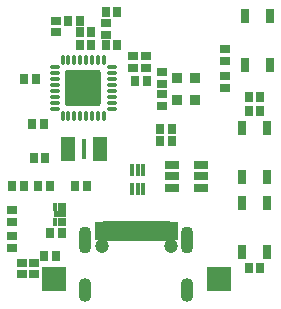
<source format=gts>
G04*
G04 #@! TF.GenerationSoftware,Altium Limited,Altium Designer,22.10.1 (41)*
G04*
G04 Layer_Color=8388736*
%FSLAX44Y44*%
%MOMM*%
G71*
G04*
G04 #@! TF.SameCoordinates,35C75811-A236-4261-A3B1-3B9E0A362E8F*
G04*
G04*
G04 #@! TF.FilePolarity,Negative*
G04*
G01*
G75*
G04:AMPARAMS|DCode=24|XSize=0.9mm|YSize=0.8mm|CornerRadius=0.04mm|HoleSize=0mm|Usage=FLASHONLY|Rotation=270.000|XOffset=0mm|YOffset=0mm|HoleType=Round|Shape=RoundedRectangle|*
%AMROUNDEDRECTD24*
21,1,0.9000,0.7200,0,0,270.0*
21,1,0.8200,0.8000,0,0,270.0*
1,1,0.0800,-0.3600,-0.4100*
1,1,0.0800,-0.3600,0.4100*
1,1,0.0800,0.3600,0.4100*
1,1,0.0800,0.3600,-0.4100*
%
%ADD24ROUNDEDRECTD24*%
G04:AMPARAMS|DCode=32|XSize=0.35mm|YSize=0.8mm|CornerRadius=0.0625mm|HoleSize=0mm|Usage=FLASHONLY|Rotation=270.000|XOffset=0mm|YOffset=0mm|HoleType=Round|Shape=RoundedRectangle|*
%AMROUNDEDRECTD32*
21,1,0.3500,0.6750,0,0,270.0*
21,1,0.2250,0.8000,0,0,270.0*
1,1,0.1250,-0.3375,-0.1125*
1,1,0.1250,-0.3375,0.1125*
1,1,0.1250,0.3375,0.1125*
1,1,0.1250,0.3375,-0.1125*
%
%ADD32ROUNDEDRECTD32*%
G04:AMPARAMS|DCode=33|XSize=0.35mm|YSize=0.8mm|CornerRadius=0.0625mm|HoleSize=0mm|Usage=FLASHONLY|Rotation=0.000|XOffset=0mm|YOffset=0mm|HoleType=Round|Shape=RoundedRectangle|*
%AMROUNDEDRECTD33*
21,1,0.3500,0.6750,0,0,0.0*
21,1,0.2250,0.8000,0,0,0.0*
1,1,0.1250,0.1125,-0.3375*
1,1,0.1250,-0.1125,-0.3375*
1,1,0.1250,-0.1125,0.3375*
1,1,0.1250,0.1125,0.3375*
%
%ADD33ROUNDEDRECTD33*%
G04:AMPARAMS|DCode=34|XSize=3.04mm|YSize=3.04mm|CornerRadius=0.215mm|HoleSize=0mm|Usage=FLASHONLY|Rotation=90.000|XOffset=0mm|YOffset=0mm|HoleType=Round|Shape=RoundedRectangle|*
%AMROUNDEDRECTD34*
21,1,3.0400,2.6100,0,0,90.0*
21,1,2.6100,3.0400,0,0,90.0*
1,1,0.4300,1.3050,1.3050*
1,1,0.4300,1.3050,-1.3050*
1,1,0.4300,-1.3050,-1.3050*
1,1,0.4300,-1.3050,1.3050*
%
%ADD34ROUNDEDRECTD34*%
%ADD35R,0.7524X0.8524*%
%ADD36R,0.8800X1.7800*%
%ADD37R,0.7400X1.6400*%
%ADD38R,0.5800X1.7800*%
%ADD39R,0.4524X1.1424*%
%ADD40R,0.8524X0.7524*%
%ADD41R,1.1600X0.5600*%
%ADD42R,0.4024X1.8024*%
%ADD43R,0.8024X1.2024*%
%ADD44R,1.2024X0.7024*%
%ADD45R,2.1524X2.1524*%
%ADD46R,0.3524X0.7524*%
%ADD47R,1.1424X0.5024*%
%ADD48C,1.2000*%
%ADD49O,1.1000X2.3000*%
%ADD50O,1.1000X2.0000*%
D24*
X884750Y768250D02*
D03*
Y749750D02*
D03*
X899250Y768250D02*
D03*
Y749750D02*
D03*
D32*
X829000Y747500D02*
D03*
Y742500D02*
D03*
X781000Y777500D02*
D03*
Y772500D02*
D03*
Y767500D02*
D03*
Y762500D02*
D03*
Y757500D02*
D03*
Y752500D02*
D03*
Y747500D02*
D03*
Y742500D02*
D03*
X829000Y752500D02*
D03*
Y757500D02*
D03*
Y762500D02*
D03*
Y767500D02*
D03*
Y772500D02*
D03*
Y777500D02*
D03*
D33*
X822500Y784000D02*
D03*
X817500D02*
D03*
X812500D02*
D03*
X807500D02*
D03*
X802500D02*
D03*
X797500D02*
D03*
X792500D02*
D03*
X787500D02*
D03*
Y736000D02*
D03*
X792500D02*
D03*
X797500D02*
D03*
X802500D02*
D03*
X807500D02*
D03*
X812500D02*
D03*
X817500D02*
D03*
X822500D02*
D03*
D34*
X805000Y760000D02*
D03*
D35*
X880000Y715000D02*
D03*
X870000D02*
D03*
X880000Y725000D02*
D03*
X870000D02*
D03*
X764880Y767620D02*
D03*
X754880D02*
D03*
X766500Y676500D02*
D03*
X776500D02*
D03*
X772000Y618000D02*
D03*
X782000D02*
D03*
X802000Y796000D02*
D03*
X812000D02*
D03*
X859000Y766000D02*
D03*
X849000D02*
D03*
X834000Y796000D02*
D03*
X824000D02*
D03*
X834000Y824000D02*
D03*
X824000D02*
D03*
X792000Y817000D02*
D03*
X802000D02*
D03*
X802000Y807000D02*
D03*
X812000D02*
D03*
X772000Y729000D02*
D03*
X762000D02*
D03*
X763000Y701000D02*
D03*
X773000D02*
D03*
X945000Y740000D02*
D03*
X955000D02*
D03*
X945000Y752500D02*
D03*
X955000D02*
D03*
X744500Y676500D02*
D03*
X754500D02*
D03*
X955000Y607500D02*
D03*
X945000D02*
D03*
X808000Y677000D02*
D03*
X798000D02*
D03*
X777000Y637000D02*
D03*
X787000D02*
D03*
D36*
X826000Y638500D02*
D03*
X874000D02*
D03*
D37*
X818000D02*
D03*
X882000D02*
D03*
D38*
X832500D02*
D03*
X837500D02*
D03*
X842500D02*
D03*
X867500D02*
D03*
X862500D02*
D03*
X857500D02*
D03*
X852500D02*
D03*
X847500D02*
D03*
D39*
X856000Y690050D02*
D03*
X851000D02*
D03*
X846000D02*
D03*
Y673950D02*
D03*
X851000D02*
D03*
X856000D02*
D03*
D40*
X824000Y805000D02*
D03*
Y815000D02*
D03*
X925000Y770000D02*
D03*
Y760000D02*
D03*
X744500Y646500D02*
D03*
Y656500D02*
D03*
Y634500D02*
D03*
Y624500D02*
D03*
X753000Y602000D02*
D03*
Y612000D02*
D03*
X763000Y602000D02*
D03*
Y612000D02*
D03*
X872000Y773000D02*
D03*
Y763000D02*
D03*
Y745000D02*
D03*
Y755000D02*
D03*
X847000Y787000D02*
D03*
Y777000D02*
D03*
X858000Y787000D02*
D03*
Y777000D02*
D03*
X782000Y807000D02*
D03*
Y817000D02*
D03*
X925000Y792500D02*
D03*
Y782500D02*
D03*
D41*
X819500Y716000D02*
D03*
Y711000D02*
D03*
Y706000D02*
D03*
Y701000D02*
D03*
X792500Y716000D02*
D03*
Y711000D02*
D03*
Y706000D02*
D03*
Y701000D02*
D03*
D42*
X806000Y708500D02*
D03*
D43*
X963250Y820750D02*
D03*
Y779250D02*
D03*
X941750Y820750D02*
D03*
Y779250D02*
D03*
X960750Y725750D02*
D03*
Y684250D02*
D03*
X939250Y725750D02*
D03*
Y684250D02*
D03*
Y621250D02*
D03*
Y662750D02*
D03*
X960750Y621250D02*
D03*
Y662750D02*
D03*
D44*
X905000Y675500D02*
D03*
Y685000D02*
D03*
Y694500D02*
D03*
X880000D02*
D03*
Y685000D02*
D03*
Y675500D02*
D03*
D45*
X920000Y598000D02*
D03*
X780000Y598000D02*
D03*
D46*
X789000Y659500D02*
D03*
X785000D02*
D03*
X781000D02*
D03*
Y646500D02*
D03*
X785000D02*
D03*
X789000D02*
D03*
D47*
X785000Y653000D02*
D03*
D48*
X879000Y626000D02*
D03*
X821000D02*
D03*
D49*
X806750Y631000D02*
D03*
X893250D02*
D03*
D50*
Y589000D02*
D03*
X806750D02*
D03*
M02*

</source>
